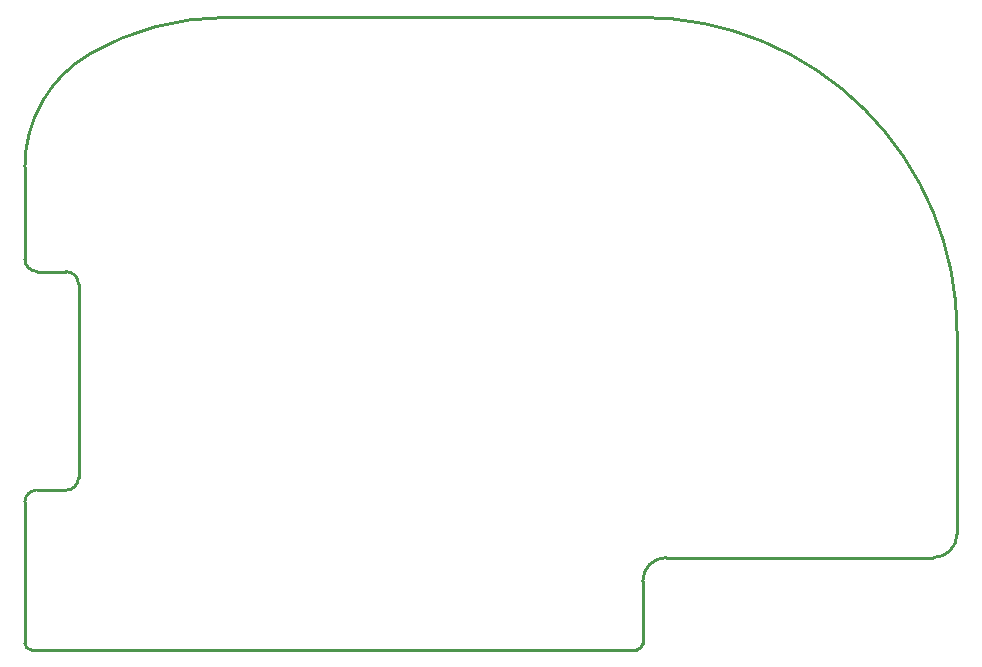
<source format=gm1>
G04 Layer_Color=16711935*
%FSLAX44Y44*%
%MOMM*%
G71*
G01*
G75*
%ADD59C,0.2500*%
D59*
X721920Y161078D02*
G03*
X455400Y427598I-266514J7D01*
G01*
X-57360Y27348D02*
G03*
X-67360Y17348I0J-10000D01*
G01*
X102560Y427598D02*
G03*
X-11804Y397123I23J-229913D01*
G01*
X-32503Y27348D02*
G03*
X-21939Y37912I0J10564D01*
G01*
Y201894D02*
G03*
X-32503Y212458I-10564J0D01*
G01*
X-67360Y223022D02*
G03*
X-56796Y212458I10564J0D01*
G01*
X-11804Y397123D02*
G03*
X-67360Y301214I55008J-95909D01*
G01*
X-67363Y-102659D02*
G03*
X-62364Y-107659I5000J0D01*
G01*
X701916Y-29693D02*
G03*
X721916Y-9693I0J20000D01*
G01*
X475733Y-29693D02*
G03*
X455733Y-49693I0J-20000D01*
G01*
X450733Y-107659D02*
G03*
X455733Y-102659I0J5000D01*
G01*
X-21939Y37912D02*
Y201894D01*
X-57360Y27348D02*
X-32503D01*
X-67360Y-49692D02*
Y17348D01*
X-56796Y212458D02*
X-32503D01*
X-67360Y223022D02*
Y301214D01*
X-67364Y-102659D02*
Y-49693D01*
X102563Y427598D02*
X455400D01*
X721916Y-9693D02*
Y161082D01*
X475733Y-29693D02*
X701916D01*
X455733Y-102659D02*
Y-49693D01*
X-62364Y-107659D02*
X450733Y-107659D01*
M02*

</source>
